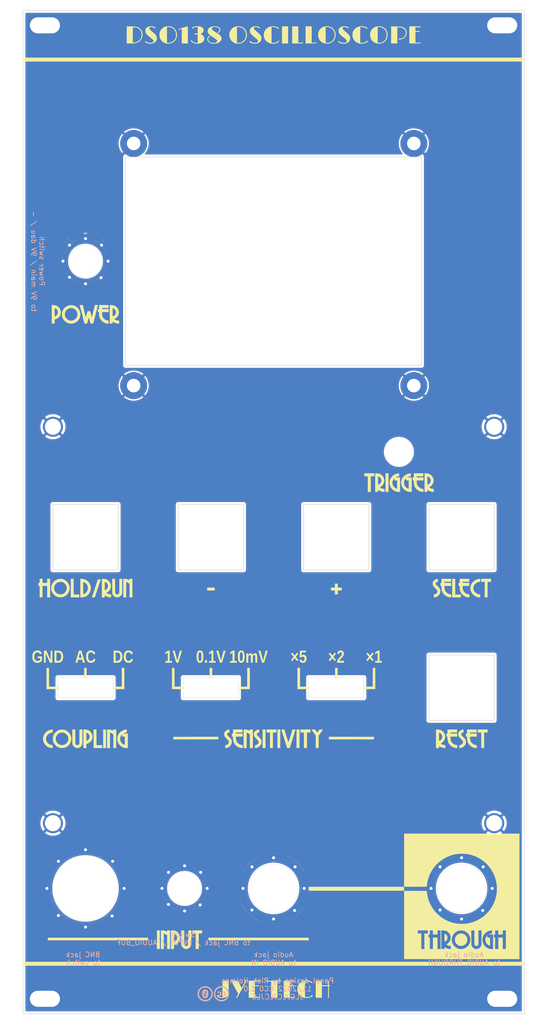
<source format=kicad_pcb>
(kicad_pcb (version 20211014) (generator pcbnew)
  (layers (0 "F.Cu" signal) (31 "B.Cu" signal) (34 "B.Paste" user) (35 "F.Paste" user) (36 "B.SilkS" user "B.Silkscreen") (37 "F.SilkS" user "F.Silkscreen") (38 "B.Mask" user) (39 "F.Mask" user) (44 "Edge.Cuts" user))
  (net 0 "")
  (net 1 "GND")
  (footprint "Kosmo_panel_NPTH:Kosmo_LED_Hole" (layer "F.Cu") (at 125 88)
    (fp_text reference "H22" hide)
    (fp_text value "Led_Hole")
    (pad "" np_thru_hole circle (at 0 0) (size 5 5) (drill 5) (layers F&B.Cu *.Mask))
  )
  (footprint "Kosmo_panel_NPTH:Kosmo_Panel_Mounting_Hole" (layer "F.Cu") (at 144 83)
    (fp_text reference "H8" hide)
    (fp_text value "Mounting_Hole")
    (pad "1" thru_hole circle (at 0 0) (size 4 4) (drill 3.2) (layers *.Cu *.Mask) (net 1 "GND"))
  )
  (footprint "Kosmo_panel_NPTH:Kosmo_Tact_Button_13mm_square_Hole" (layer "F.Cu") (at 62.5 105)
    (fp_text reference "H1" hide)
    (fp_text value "Rect_Switch_Hole")
    (fp_rect (start -6.5 -6.5) (end 6.5 6.5) (layer "Edge.Cuts") (width 0.1) (fill none))
  )
  (footprint "dso138_panel:dso138_panel_art" (layer "F.Cu") (at 100 100)
    (fp_text reference "GRAF2" hide)
    (fp_text value "Art" hide)
  )
  (footprint "Kosmo_panel_NPTH:Kosmo_Panel_Mounting_Hole" (layer "F.Cu") (at 56 162)
    (fp_text reference "H13" hide)
    (fp_text value "Mounting_Hole")
    (pad "1" thru_hole circle (at 0 0) (size 4 4) (drill 3.2) (layers *.Cu *.Mask) (net 1 "GND"))
  )
  (footprint "Kosmo_panel_NPTH:Kosmo_Panel_Mounting_Hole" (layer "F.Cu") (at 56 83)
    (fp_text reference "H3" hide)
    (fp_text value "Mounting_Hole")
    (pad "1" thru_hole circle (at 0 0) (size 4 4) (drill 3.2) (layers *.Cu *.Mask) (net 1 "GND"))
  )
  (footprint "Kosmo_panel_NPTH:Kosmo_Tact_Button_13mm_square_Hole" (layer "F.Cu") (at 137.5 135)
    (fp_text reference "H16" hide)
    (fp_text value "Rect_Switch_Hole")
    (fp_rect (start -6.5 -6.5) (end 6.5 6.5) (layer "Edge.Cuts") (width 0.1) (fill none))
  )
  (footprint "Kosmo_panel_NPTH:Kosmo_Tact_Button_13mm_square_Hole" (layer "F.Cu") (at 137.5 105)
    (fp_text reference "H15" hide)
    (fp_text value "Rect_Switch_Hole")
    (fp_rect (start -6.5 -6.5) (end 6.5 6.5) (layer "Edge.Cuts") (width 0.1) (fill none))
  )
  (footprint "MountingHole:MountingHole_2.7mm_Pad" (layer "F.Cu") (at 127.98 26.54)
    (fp_text reference "H20" hide)
    (fp_text value "Mounting_Hole")
    (pad "1" thru_hole circle (at 0 0) (size 5.4 5.4) (drill 2.7) (layers *.Cu *.Mask) (net 1 "GND"))
  )
  (footprint "Kosmo_panel_NPTH:Kosmo_DP3T_Slide_Switch_Hole" (layer "F.Cu") (at 62.5 135)
    (fp_text reference "H2" hide)
    (fp_text value "Rect_Switch_Hole")
    (fp_rect (start -5.5 -2) (end 5.5 2) (layer "Edge.Cuts") (width 0.05) (fill none))
  )
  (footprint "MountingHole:MountingHole_2.7mm_Pad" (layer "F.Cu") (at 127.98 74.8)
    (fp_text reference "H19" hide)
    (fp_text value "Mounting_Hole")
    (pad "1" thru_hole circle (at 0 0) (size 5.4 5.4) (drill 2.7) (layers *.Cu *.Mask) (net 1 "GND"))
  )
  (footprint "Kosmo_panel_NPTH:Kosmo_Push_Button_Daier_Hole" (layer "F.Cu") (at 62.5 175)
    (fp_text reference "H4" hide)
    (fp_text value "Jack_Hole")
    (fp_circle (center 0 0) (end 6.5 0) (layer "Edge.Cuts") (width 0.05) (fill none))
    (pad "1" thru_hole circle (at 0 7.7) (size 0.8 0.8) (drill 0.6) (layers *.Mask "F.Cu" "In1.Cu" "B.Cu") (net 1 "GND"))
    (pad "1" smd custom (at -7.7 0) (size 0.5 0.5) (layers "F.Cu" "F.Paste" "F.Mask") (net 1 "GND") (options (clearance outline) (anchor circle)) (primitives (gr_circle (center 7.7 0) (end 15.4 0) (width 2.1) (fill none))))
    (pad "1" thru_hole circle (at 5.3 5.5) (size 0.8 0.8) (drill 0.6) (layers *.Mask "F.Cu" "In1.Cu" "B.Cu") (net 1 "GND"))
    (pad "1" thru_hole circle (at -7.7 0) (size 0.8 0.8) (drill 0.6) (layers *.Mask "F.Cu" "In1.Cu" "B.Cu") (net 1 "GND"))
    (pad "1" thru_hole circle (at -5.4 -5.4) (size 0.8 0.8) (drill 0.6) (layers *.Mask "F.Cu" "In1.Cu" "B.Cu") (net 1 "GND"))
    (pad "1" thru_hole circle (at -5.4 5.4) (size 0.8 0.8) (drill 0.6) (layers *.Mask "F.Cu" "In1.Cu" "B.Cu") (net 1 "GND"))
    (pad "1" thru_hole circle (at 5.4 -5.4) (size 0.8 0.8) (drill 0.6) (layers *.Mask "F.Cu" "In1.Cu" "B.Cu") (net 1 "GND"))
    (pad "1" thru_hole circle (at 7.7 0) (size 0.8 0.8) (drill 0.6) (layers *.Mask "F.Cu" "In1.Cu" "B.Cu") (net 1 "GND"))
    (pad "1" smd custom (at -7.7 0) (size 0.5 0.5) (layers "B.Cu" "B.Paste" "B.Mask") (net 1 "GND") (options (clearance outline) (anchor circle)) (primitives (gr_circle (center 7.7 0) (end 15.4 0) (width 2.1) (fill none))))
    (pad "1" thru_hole circle (at 0 -7.7) (size 0.8 0.8) (drill 0.6) (layers *.Mask "F.Cu" "In1.Cu" "B.Cu") (net 1 "GND"))
  )
  (footprint "Kosmo_panel_NPTH:Kosmo_Jack_Hole" (layer "F.Cu") (at 100 175)
    (fp_text reference "H9" hide)
    (fp_text value "Jack_Hole")
    (fp_circle (center 0 0) (end 4.9 0) (layer "Edge.Cuts") (width 0.05) (fill none))
    (pad "1" thru_hole circle (at -4.3 -4.3) (size 0.8 0.8) (drill 0.6) (layers *.Mask "F.Cu" "In1.Cu" "B.Cu") (net 1 "GND"))
    (pad "1" thru_hole circle (at -4.3 4.3) (size 0.8 0.8) (drill 0.6) (layers *.Mask "F.Cu" "In1.Cu" "B.Cu") (net 1 "GND"))
    (pad "1" thru_hole circle (at 4.3 -4.3) (size 0.8 0.8) (drill 0.6) (layers *.Mask "F.Cu" "In1.Cu" "B.Cu") (net 1 "GND"))
    (pad "1" thru_hole circle (at -6.1 0) (size 0.8 0.8) (drill 0.6) (layers *.Mask "F.Cu" "In1.Cu" "B.Cu") (net 1 "GND"))
    (pad "1" thru_hole circle (at 6.1 0) (size 0.8 0.8) (drill 0.6) (layers *.Mask "F.Cu" "In1.Cu" "B.Cu") (net 1 "GND"))
    (pad "1" smd custom (at -6.1 0) (size 0.5 0.5) (layers "F.Cu" "F.Paste" "F.Mask") (net 1 "GND") (options (clearance outline) (anchor circle)) (primitives (gr_circle (center 6.1 0) (end 12.2 0) (width 1.9) (fill none))))
    (pad "1" thru_hole circle (at 0 -6.1) (size 0.8 0.8) (drill 0.6) (layers *.Mask "F.Cu" "In1.Cu" "B.Cu") (net 1 "GND"))
    (pad "1" smd custom (at -6.1 0) (size 0.5 0.5) (layers "B.Cu" "B.Paste" "B.Mask") (net 1 "GND") (options (clearance outline) (anchor circle)) (primitives (gr_circle (center 6.1 0) (end 12.2 0) (width 1.9) (fill none))))
    (pad "1" thru_hole circle (at 4.2 4.4) (size 0.8 0.8) (drill 0.6) (layers *.Mask "F.Cu" "In1.Cu" "B.Cu") (net 1 "GND"))
    (pad "1" thru_hole circle (at 0 6.1) (size 0.8 0.8) (drill 0.6) (layers *.Mask "F.Cu" "In1.Cu" "B.Cu") (net 1 "GND"))
  )
  (footprint "dso138_panel:dso138_panel_holes" (layer "F.Cu") (at 100 100)
    (fp_text reference "GRAF1" hide)
    (fp_text value "Holes" hide)
  )
  (footprint "MountingHole:MountingHole_2.7mm_Pad" (layer "F.Cu") (at 72.1 74.8)
    (fp_text reference "H18" hide)
    (fp_text value "Mounting_Hole")
    (pad "1" thru_hole circle (at 0 0) (size 5.4 5.4) (drill 2.7) (layers *.Cu *.Mask) (net 1 "GND"))
  )
  (footprint "Kosmo_panel_NPTH:Kosmo_Tact_Button_13mm_square_Hole" (layer "F.Cu") (at 112.5 105)
    (fp_text reference "H11" hide)
    (fp_text value "Rect_Switch_Hole")
    (fp_rect (start -6.5 -6.5) (end 6.5 6.5) (layer "Edge.Cuts") (width 0.1) (fill none))
  )
  (footprint "Kosmo_panel_NPTH:Kosmo_Switch_Hole" (layer "F.Cu") (at 82.25 175)
    (fp_text reference "H5" hide)
    (fp_text value "Switch_Hole")
    (fp_circle (center 0 0) (end 3.3 0) (layer "Edge.Cuts") (width 0.05) (fill none))
    (pad "1" thru_hole circle (at 3.1 3.3) (size 0.8 0.8) (drill 0.6) (layers *.Mask "F.Cu" "In1.Cu" "B.Cu") (net 1 "GND"))
    (pad "1" thru_hole circle (at 4.5 0) (size 0.8 0.8) (drill 0.6) (layers *.Mask "F.Cu" "In1.Cu" "B.Cu") (net 1 "GND"))
    (pad "1" smd custom (at -4.5 0) (size 0.5 0.5) (layers "F.Cu" "F.Paste" "F.Mask") (net 1 "GND") (options (clearance outline) (anchor circle)) (primitives (gr_circle (center 4.5 0) (end 9 0) (width 2) (fill none))))
    (pad "1" smd custom (at -4.5 0) (size 0.5 0.5) (layers "B.Cu" "B.Paste" "B.Mask") (net 1 "GND") (options (clearance outline) (anchor circle)) (primitives (gr_circle (center 4.5 0) (end 9 0) (width 2) (fill none))))
    (pad "1" thru_hole circle (at -3.2 3.2) (size 0.8 0.8) (drill 0.6) (layers *.Mask "F.Cu" "In1.Cu" "B.Cu") (net 1 "GND"))
    (pad "1" thru_hole circle (at 0 -4.5) (size 0.8 0.8) (drill 0.6) (layers *.Mask "F.Cu" "In1.Cu" "B.Cu") (net 1 "GND"))
    (pad "1" thru_hole circle (at 0 4.5) (size 0.8 0.8) (drill 0.6) (layers *.Mask "F.Cu" "In1.Cu" "B.Cu") (net 1 "GND"))
    (pad "1" thru_hole circle (at 3.2 -3.2) (size 0.8 0.8) (drill 0.6) (layers *.Mask "F.Cu" "In1.Cu" "B.Cu") (net 1 "GND"))
    (pad "1" thru_hole circle (at -3.2 -3.2) (size 0.8 0.8) (drill 0.6) (layers *.Mask "F.Cu" "In1.Cu" "B.Cu") (net 1 "GND"))
    (pad "1" thru_hole circle (at -4.5 0) (size 0.8 0.8) (drill 0.6) (layers *.Mask "F.Cu" "In1.Cu" "B.Cu") (net 1 "GND"))
  )
  (footprint "Kosmo_panel:Kosmo_Panel_Dual_Slotted_Mounting_Holes" (layer "F.Cu") (at 53 197)
    (fp_text reference "H23" hide)
    (fp_text value "Mounting_Holes_Slotted")
    (pad "1" thru_hole oval locked (at 1.4 -194) (size 6.8 4) (drill oval 6 3.2) (layers *.Cu *.Mask) (net 1 "GND"))
    (pad "1" thru_hole oval locked (at 1.4 0) (size 6.8 4) (drill oval 6 3.2) (layers *.Cu *.Mask) (net 1 "GND"))
  )
  (footprint "MountingHole:MountingHole_2.7mm_Pad" (layer "F.Cu") (at 72.1 26.54)
    (fp_text reference "H21" hide)
    (fp_text value "Mounting_Hole")
    (pad "1" thru_hole circle (at 0 0) (size 5.4 5.4) (drill 2.7) (layers *.Cu *.Mask) (net 1 "GND"))
  )
  (footprint "Kosmo_panel_NPTH:Kosmo_Jack_Hole" (layer "F.Cu") (at 137.5 175)
    (fp_text reference "H14" hide)
    (fp_text value "Jack_Hole")
    (fp_circle (center 0 0) (end 4.9 0) (layer "Edge.Cuts") (width 0.05) (fill none))
    (pad "1" thru_hole circle (at -6.1 0) (size 0.8 0.8) (drill 0.6) (layers *.Mask "F.Cu" "In1.Cu" "B.Cu") (net 1 "GND"))
    (pad "1" thru_hole circle (at 4.2 4.4) (size 0.8 0.8) (drill 0.6) (layers *.Mask "F.Cu" "In1.Cu" "B.Cu") (net 1 "GND"))
    (pad "1" thru_hole circle (at 0 -6.1) (size 0.8 0.8) (drill 0.6) (layers *.Mask "F.Cu" "In1.Cu" "B.Cu") (net 1 "GND"))
    (pad "1" smd custom (at -6.1 0) (size 0.5 0.5) (layers "F.Cu" "F.Paste" "F.Mask") (net 1 "GND") (options (clearance outline) (anchor circle)) (primitives (gr_circle (center 6.1 0) (end 12.2 0) (width 1.9) (fill none))))
    (pad "1" smd custom (at -6.1 0) (size 0.5 0.5) (layers "B.Cu" "B.Paste" "B.Mask") (net 1 "GND") (options (clearance outline) (anchor circle)) (primitives (gr_circle (center 6.1 0) (end 12.2 0) (width 1.9) (fill none))))
    (pad "1" thru_hole circle (at -4.3 4.3) (size 0.8 0.8) (drill 0.6) (layers *.Mask "F.Cu" "In1.Cu" "B.Cu") (net 1 "GND"))
    (pad "1" thru_hole circle (at -4.3 -4.3) (size 0.8 0.8) (drill 0.6) (layers *.Mask "F.Cu" "In1.Cu" "B.Cu") (net 1 "GND"))
    (pad "1" thru_hole circle (at 0 6.1) (size 0.8 0.8) (drill 0.6) (layers *.Mask "F.Cu" "In1.Cu" "B.Cu") (net 1 "GND"))
    (pad "1" thru_hole circle (at 6.1 0) (size 0.8 0.8) (drill 0.6) (layers *.Mask "F.Cu" "In1.Cu" "B.Cu") (net 1 "GND"))
    (pad "1" thru_hole circle (at 4.3 -4.3) (size 0.8 0.8) (drill 0.6) (layers *.Mask "F.Cu" "In1.Cu" "B.Cu") (net 1 "GND"))
  )
  (footprint "Kosmo_panel_NPTH:Kosmo_Tact_Button_13mm_square_Hole" (layer "F.Cu") (at 87.5 105)
    (fp_text reference "H6" hide)
    (fp_text value "Rect_Switch_Hole")
    (fp_rect (start -6.5 -6.5) (end 6.5 6.5) (layer "Edge.Cuts") (width 0.1) (fill none))
  )
  (footprint "Kosmo_panel_NPTH:Kosmo_Panel_Mounting_Hole" (layer "F.Cu") (at 144 162)
    (fp_text reference "H17" hide)
    (fp_text value "Mounting_Hole")
    (pad "1" thru_hole circle (at 0 0) (size 4 4) (drill 3.2) (layers *.Cu *.Mask) (net 1 "GND"))
  )
  (footprint "Kosmo_panel_NPTH:Kosmo_DP3T_Slide_Switch_Hole" (layer "F.Cu") (at 87.5 135)
    (fp_text reference "H7" hide)
    (fp_text value "Rect_Switch_Hole")
    (fp_rect (start -5.5 -2) (end 5.5 2) (layer "Edge.Cuts") (width 0.05) (fill none))
  )
  (footprint "Kosmo_panel_NPTH:Kosmo_DP3T_Slide_Switch_Hole" (layer "F.Cu") (at 112.5 135)
    (fp_text reference "H12" hide)
    (fp_text value "Rect_Switch_Hole")
    (fp_rect (start -5.5 -2) (end 5.5 2) (layer "Edge.Cuts") (width 0.05) (fill none))
  )
  (footprint "Kosmo_panel:Kosmo_Panel_Dual_Slotted_Mounting_Holes" (layer "F.Cu") (at 147 3 180)
    (fp_text reference "H24" hide)
    (fp_text value "Mounting_Holes_Slotted")
    (pad "1" thru_hole oval locked (at 1.4 0 180) (size 6.8 4) (drill oval 6 3.2) (layers *.Cu *.Mask) (net 1 "GND"))
    (pad "1" thru_hole oval locked (at 1.4 -194 180) (size 6.8 4) (drill oval 6 3.2) (layers *.Cu *.Mask) (net 1 "GND"))
  )
  (footprint "Kosmo_panel_NPTH:Kosmo_Switch_Hole" (layer "F.Cu") (at 62.5 50)
    (fp_text reference "H10" hide)
    (fp_text value "Switch_Hole")
    (fp_circle (center 0 0) (end 3.3 0) (layer "Edge.Cuts") (width 0.05) (fill none))
    (pad "1" thru_hole circle (at -4.5 0) (size 0.8 0.8) (drill 0.6) (layers *.Mask "F.Cu" "In1.Cu" "B.Cu") (net 1 "GND"))
    (pad "1" thru_hole circle (at -3.2 -3.2) (size 0.8 0.8) (drill 0.6) (layers *.Mask "F.Cu" "In1.Cu" "B.Cu") (net 1 "GND"))
    (pad "1" thru_hole circle (at 0 4.5) (size 0.8 0.8) (drill 0.6) (layers *.Mask "F.Cu" "In1.Cu" "B.Cu") (net 1 "GND"))
    (pad "1" smd custom (at -4.5 0) (size 0.5 0.5) (layers "B.Cu" "B.Paste" "B.Mask") (net 1 "GND") (options (clearance outline) (anchor circle)) (primitives (gr_circle (center 4.5 0) (end 9 0) (width 2) (fill none))))
    (pad "1" thru_hole circle (at -3.2 3.2) (size 0.8 0.8) (drill 0.6) (layers *.Mask "F.Cu" "In1.Cu" "B.Cu") (net 1 "GND"))
    (pad "1" smd custom (at -4.5 0) (size 0.5 0.5) (layers "F.Cu" "F.Paste" "F.Mask") (net 1 "GND") (options (clearance outline) (anchor circle)) (primitives (gr_circle (center 4.5 0) (end 9 0) (width 2) (fill none))))
    (pad "1" thru_hole circle (at 3.2 -3.2) (size 0.8 0.8) (drill 0.6) (layers *.Mask "F.Cu" "In1.Cu" "B.Cu") (net 1 "GND"))
    (pad "1" thru_hole circle (at 4.5 0) (size 0.8 0.8) (drill 0.6) (layers *.Mask "F.Cu" "In1.Cu" "B.Cu") (net 1 "GND"))
    (pad "1" thru_hole circle (at 0 -4.5) (size 0.8 0.8) (drill 0.6) (layers *.Mask "F.Cu" "In1.Cu" "B.Cu") (net 1 "GND"))
    (pad "1" thru_hole circle (at 3.1 3.3) (size 0.8 0.8) (drill 0.6) (layers *.Mask "F.Cu" "In1.Cu" "B.Cu") (net 1 "GND"))
  )
  (footprint "ao_tht:CC0_logo" (layer "B.Cu") (at 88 196 180)
    (fp_text reference "GRAF3" hide)
    (fp_text value "CC0 logo" hide)
  )
  (gr_rect (start 50 0) (end 150 200) (layer "Edge.Cuts") (width 0.1) (fill none))
  (gr_rect (start 70.5 29.25) (end 129.5 70.75) (layer "Edge.Cuts") (width 0.1) (fill none))
  (gr_text "Switch\nto BNC jack / INPUT / AUDIO_BUF" (at 82 185) (layer "B.SilkS") (effects (font (size 1 1)) (justify mirror)))
  (gr_text "Panel design by Rich Holmes\n11/2022 CC0 1.0\nJLCJLCJLCJLC" (at 100.8 195) (layer "B.SilkS") (effects (font (size 1 1)) (justify mirror)))
  (gr_text "Audio jack\nto AUDIO_THROUGH" (at 138 189) (layer "B.SilkS") (effects (font (size 1 1)) (justify mirror)))
  (gr_text "BNC jack\nto switch" (at 62 189) (layer "B.SilkS") (effects (font (size 1 1)) (justify mirror)))
  (gr_text "Power switch\nto 9V main / 9V dau / -" (at 53 50 270) (layer "B.SilkS") (effects (font (size 1 1)) (justify mirror)))
  (gr_text "Audio jack\nto AUDIO_IN" (at 100 189) (layer "B.SilkS") (effects (font (size 1 1)) (justify mirror)))
  (zone (net 1) (net_name "GND") (layers F&B.Cu) (connect_pads (clearance 0.508)) (min_thickness 0.254) (fill yes (thermal_gap 0.508) (thermal_bridge_width 0.508))
    (polygon (pts (xy 150 200) (xy 50 200) (xy 50 0) (xy 150 0)))
  )
)
</source>
